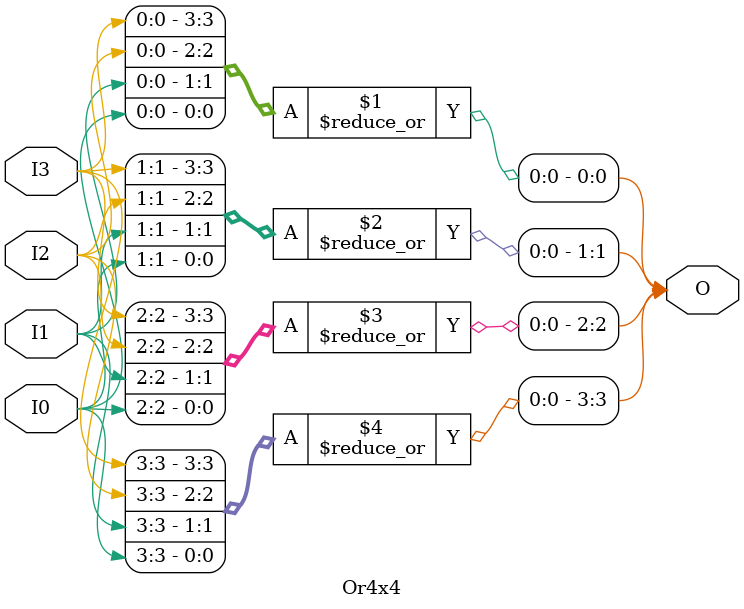
<source format=v>
module Or4x4 (input [3:0] I0, input [3:0] I1, input [3:0] I2, input [3:0] I3, output [3:0] O);
assign O = {| ({I3[3],I2[3],I1[3],I0[3]}),| ({I3[2],I2[2],I1[2],I0[2]}),| ({I3[1],I2[1],I1[1],I0[1]}),| ({I3[0],I2[0],I1[0],I0[0]})};
endmodule


</source>
